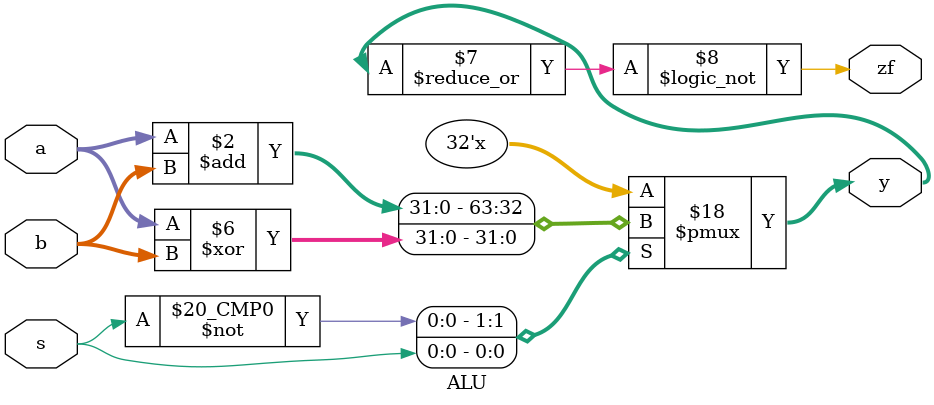
<source format=v>
`timescale 1ns / 1ps
/* THIS FILE IS PART OF PLC-Design
*  ALU.v - A core element of the CPU
* 
*  THIS PROGRAM IS FREE SOFTWARE.
*  Copyright (c) 2021 Komorebi660 All Rights Reserved 
* 
*  E-mail: cyq0919@mail.ustc.edu.cn
*/

module ALU #(parameter N=32)(
    input [N-1:0] a, b,     //input two 32bits numbers
    input s,                //function select
    output reg [N-1:0] y,   //output answer        
    output zf);             //zero signal

    localparam ADD=1'b0, CMP=1'b1;
    reg of;                 //overflow signal

    always@(*)
    begin
        of=0;
        case(s)
        //ADD function
        ADD:begin
            y=a + b;
            if((a[N-1]==b[N-1])&&(a[N-1]!=y[N-1])) of=1;
            else of=0;
        end
        //Compare funtion
        CMP:begin
            y=a^b;
        end
        endcase
    end
    //generate zero signal
    assign zf = ~|y;
endmodule

</source>
